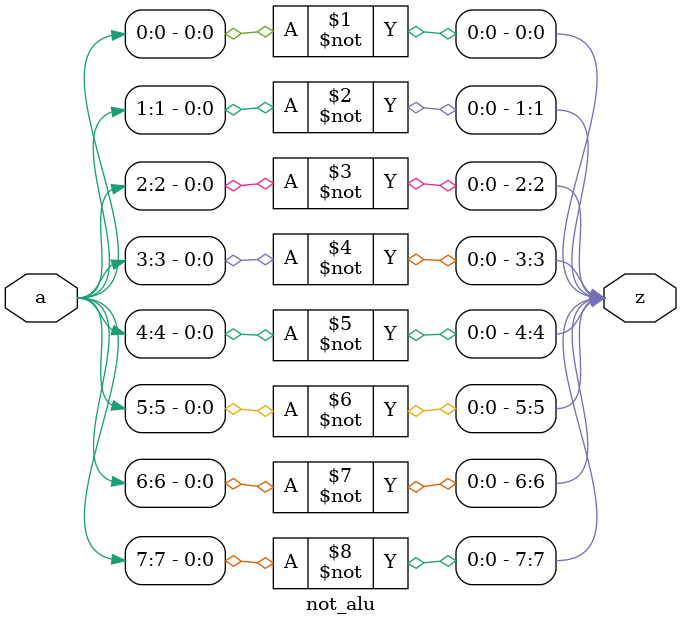
<source format=v>
`timescale 1ns / 1ps

module not_alu(a,z

    );
    input [7:0] a;
    output wire [7:0] z;
    
    not bit0(z[0],a[0]);
    not bit1(z[1],a[1]);
    not bit2(z[2],a[2]);
    not bit3(z[3],a[3]);
    not bit4(z[4],a[4]);
    not bit5(z[5],a[5]);
    not bit6(z[6],a[6]);
    not bit7(z[7],a[7]);
    
endmodule
</source>
